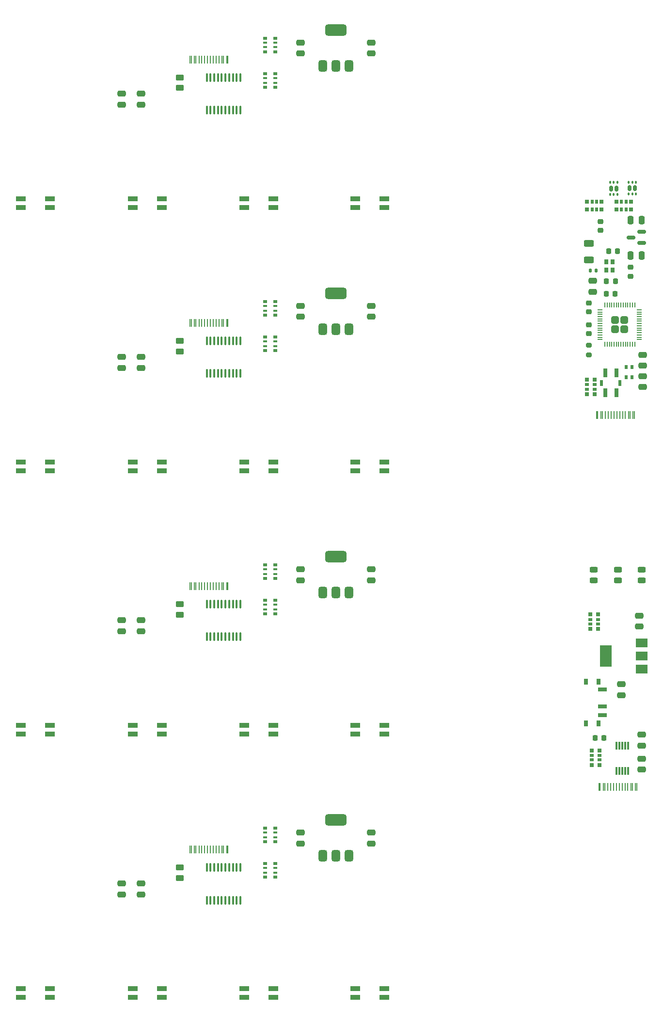
<source format=gbr>
%TF.GenerationSoftware,KiCad,Pcbnew,8.0.0*%
%TF.CreationDate,2024-03-25T13:44:05-05:00*%
%TF.ProjectId,MiniMastermindPanel,4d696e69-4d61-4737-9465-726d696e6450,rev?*%
%TF.SameCoordinates,Original*%
%TF.FileFunction,Paste,Top*%
%TF.FilePolarity,Positive*%
%FSLAX46Y46*%
G04 Gerber Fmt 4.6, Leading zero omitted, Abs format (unit mm)*
G04 Created by KiCad (PCBNEW 8.0.0) date 2024-03-25 13:44:05*
%MOMM*%
%LPD*%
G01*
G04 APERTURE LIST*
G04 Aperture macros list*
%AMRoundRect*
0 Rectangle with rounded corners*
0 $1 Rounding radius*
0 $2 $3 $4 $5 $6 $7 $8 $9 X,Y pos of 4 corners*
0 Add a 4 corners polygon primitive as box body*
4,1,4,$2,$3,$4,$5,$6,$7,$8,$9,$2,$3,0*
0 Add four circle primitives for the rounded corners*
1,1,$1+$1,$2,$3*
1,1,$1+$1,$4,$5*
1,1,$1+$1,$6,$7*
1,1,$1+$1,$8,$9*
0 Add four rect primitives between the rounded corners*
20,1,$1+$1,$2,$3,$4,$5,0*
20,1,$1+$1,$4,$5,$6,$7,0*
20,1,$1+$1,$6,$7,$8,$9,0*
20,1,$1+$1,$8,$9,$2,$3,0*%
G04 Aperture macros list end*
%ADD10RoundRect,0.250000X0.475000X-0.250000X0.475000X0.250000X-0.475000X0.250000X-0.475000X-0.250000X0*%
%ADD11R,1.800000X0.820000*%
%ADD12R,0.800000X0.500000*%
%ADD13R,0.800000X0.400000*%
%ADD14R,0.250000X1.400000*%
%ADD15RoundRect,0.250000X0.450000X-0.262500X0.450000X0.262500X-0.450000X0.262500X-0.450000X-0.262500X0*%
%ADD16RoundRect,0.100000X0.100000X-0.637500X0.100000X0.637500X-0.100000X0.637500X-0.100000X-0.637500X0*%
%ADD17RoundRect,0.250000X-0.475000X0.250000X-0.475000X-0.250000X0.475000X-0.250000X0.475000X0.250000X0*%
%ADD18RoundRect,0.375000X0.375000X-0.625000X0.375000X0.625000X-0.375000X0.625000X-0.375000X-0.625000X0*%
%ADD19RoundRect,0.500000X1.400000X-0.500000X1.400000X0.500000X-1.400000X0.500000X-1.400000X-0.500000X0*%
%ADD20RoundRect,0.225000X-0.250000X0.225000X-0.250000X-0.225000X0.250000X-0.225000X0.250000X0.225000X0*%
%ADD21RoundRect,0.150000X0.587500X0.150000X-0.587500X0.150000X-0.587500X-0.150000X0.587500X-0.150000X0*%
%ADD22RoundRect,0.218750X0.256250X-0.218750X0.256250X0.218750X-0.256250X0.218750X-0.256250X-0.218750X0*%
%ADD23RoundRect,0.250000X-0.250000X-0.475000X0.250000X-0.475000X0.250000X0.475000X-0.250000X0.475000X0*%
%ADD24R,0.640000X0.700000*%
%ADD25R,0.500000X0.700000*%
%ADD26R,0.500000X1.000000*%
%ADD27R,0.800000X1.500000*%
%ADD28RoundRect,0.250000X0.625000X-0.312500X0.625000X0.312500X-0.625000X0.312500X-0.625000X-0.312500X0*%
%ADD29RoundRect,0.075000X0.075000X0.175000X-0.075000X0.175000X-0.075000X-0.175000X0.075000X-0.175000X0*%
%ADD30RoundRect,0.150000X0.150000X0.350000X-0.150000X0.350000X-0.150000X-0.350000X0.150000X-0.350000X0*%
%ADD31RoundRect,0.249999X-0.395001X-0.395001X0.395001X-0.395001X0.395001X0.395001X-0.395001X0.395001X0*%
%ADD32RoundRect,0.050000X-0.387500X-0.050000X0.387500X-0.050000X0.387500X0.050000X-0.387500X0.050000X0*%
%ADD33RoundRect,0.050000X-0.050000X-0.387500X0.050000X-0.387500X0.050000X0.387500X-0.050000X0.387500X0*%
%ADD34R,0.500000X0.800000*%
%ADD35RoundRect,0.225000X0.225000X0.250000X-0.225000X0.250000X-0.225000X-0.250000X0.225000X-0.250000X0*%
%ADD36R,0.700000X0.640000*%
%ADD37R,0.700000X0.500000*%
%ADD38RoundRect,0.225000X-0.225000X-0.250000X0.225000X-0.250000X0.225000X0.250000X-0.225000X0.250000X0*%
%ADD39RoundRect,0.147500X-0.147500X-0.172500X0.147500X-0.172500X0.147500X0.172500X-0.147500X0.172500X0*%
%ADD40R,0.800000X0.900000*%
%ADD41RoundRect,0.250000X0.250000X0.475000X-0.250000X0.475000X-0.250000X-0.475000X0.250000X-0.475000X0*%
%ADD42RoundRect,0.200000X0.275000X-0.200000X0.275000X0.200000X-0.275000X0.200000X-0.275000X-0.200000X0*%
%ADD43RoundRect,0.243750X-0.456250X0.243750X-0.456250X-0.243750X0.456250X-0.243750X0.456250X0.243750X0*%
%ADD44R,0.300000X1.400000*%
%ADD45RoundRect,0.218750X-0.218750X-0.256250X0.218750X-0.256250X0.218750X0.256250X-0.218750X0.256250X0*%
%ADD46R,0.800000X1.000000*%
%ADD47R,1.500000X0.700000*%
%ADD48R,2.000000X1.500000*%
%ADD49R,2.000000X3.800000*%
G04 APERTURE END LIST*
D10*
%TO.C,C8*%
X165610650Y-79478680D03*
X165610650Y-77578680D03*
%TD*%
D11*
%TO.C,D4*%
X116760650Y-150782360D03*
X116760650Y-152317360D03*
X121860650Y-152317360D03*
X121860650Y-150782360D03*
%TD*%
D12*
%TO.C,RN2*%
X161210650Y-177336040D03*
D13*
X161210650Y-176536040D03*
X161210650Y-175736040D03*
D12*
X161210650Y-174936040D03*
X159410650Y-174936040D03*
D13*
X159410650Y-175736040D03*
X159410650Y-176536040D03*
D12*
X159410650Y-177336040D03*
%TD*%
%TO.C,RN2*%
X161210650Y-85378680D03*
D13*
X161210650Y-84578680D03*
X161210650Y-83778680D03*
D12*
X161210650Y-82978680D03*
X159410650Y-82978680D03*
D13*
X159410650Y-83778680D03*
X159410650Y-84578680D03*
D12*
X159410650Y-85378680D03*
%TD*%
D11*
%TO.C,D3*%
X136260650Y-196761040D03*
X136260650Y-198296040D03*
X141360650Y-198296040D03*
X141360650Y-196761040D03*
%TD*%
D14*
%TO.C,J4*%
X152935650Y-80566180D03*
X152135650Y-80566180D03*
X150860650Y-80566180D03*
X149860650Y-80566180D03*
X149360650Y-80566180D03*
X151360650Y-80566180D03*
X147085650Y-80566180D03*
X146285650Y-80566180D03*
X146535650Y-80566180D03*
X147335650Y-80566180D03*
X147860650Y-80566180D03*
X148860650Y-80566180D03*
X150360650Y-80566180D03*
X148360650Y-80566180D03*
X151885650Y-80566180D03*
X152685650Y-80566180D03*
%TD*%
D15*
%TO.C,R1*%
X144498150Y-85491180D03*
X144498150Y-83666180D03*
%TD*%
D16*
%TO.C,U2*%
X149235650Y-89378680D03*
X149885650Y-89378680D03*
X150535650Y-89378680D03*
X151185650Y-89378680D03*
X151835650Y-89378680D03*
X152485650Y-89378680D03*
X153135650Y-89378680D03*
X153785650Y-89378680D03*
X154435650Y-89378680D03*
X155085650Y-89378680D03*
X155085650Y-83653680D03*
X154435650Y-83653680D03*
X153785650Y-83653680D03*
X153135650Y-83653680D03*
X152485650Y-83653680D03*
X151835650Y-83653680D03*
X151185650Y-83653680D03*
X150535650Y-83653680D03*
X149885650Y-83653680D03*
X149235650Y-83653680D03*
%TD*%
D10*
%TO.C,C3*%
X137710650Y-180336040D03*
X137710650Y-178436040D03*
%TD*%
%TO.C,C3*%
X137710650Y-134357360D03*
X137710650Y-132457360D03*
%TD*%
%TO.C,C6*%
X177960650Y-33500000D03*
X177960650Y-31600000D03*
%TD*%
D12*
%TO.C,RN1*%
X161210650Y-171136040D03*
D13*
X161210650Y-170336040D03*
X161210650Y-169536040D03*
D12*
X161210650Y-168736040D03*
X159410650Y-168736040D03*
D13*
X159410650Y-169536040D03*
X159410650Y-170336040D03*
D12*
X159410650Y-171136040D03*
%TD*%
D11*
%TO.C,D1*%
X175160650Y-104803680D03*
X175160650Y-106338680D03*
X180260650Y-106338680D03*
X180260650Y-104803680D03*
%TD*%
D15*
%TO.C,R1*%
X144498150Y-39512500D03*
X144498150Y-37687500D03*
%TD*%
D12*
%TO.C,RN1*%
X161210650Y-33200000D03*
D13*
X161210650Y-32400000D03*
X161210650Y-31600000D03*
D12*
X161210650Y-30800000D03*
X159410650Y-30800000D03*
D13*
X159410650Y-31600000D03*
X159410650Y-32400000D03*
D12*
X159410650Y-33200000D03*
%TD*%
D11*
%TO.C,D2*%
X155760650Y-150782360D03*
X155760650Y-152317360D03*
X160860650Y-152317360D03*
X160860650Y-150782360D03*
%TD*%
%TO.C,D2*%
X155760650Y-104803680D03*
X155760650Y-106338680D03*
X160860650Y-106338680D03*
X160860650Y-104803680D03*
%TD*%
%TO.C,D1*%
X175160650Y-196761040D03*
X175160650Y-198296040D03*
X180260650Y-198296040D03*
X180260650Y-196761040D03*
%TD*%
D10*
%TO.C,C8*%
X165610650Y-125457360D03*
X165610650Y-123557360D03*
%TD*%
D12*
%TO.C,RN1*%
X161210650Y-79178680D03*
D13*
X161210650Y-78378680D03*
X161210650Y-77578680D03*
D12*
X161210650Y-76778680D03*
X159410650Y-76778680D03*
D13*
X159410650Y-77578680D03*
X159410650Y-78378680D03*
D12*
X159410650Y-79178680D03*
%TD*%
D16*
%TO.C,U2*%
X149235650Y-43400000D03*
X149885650Y-43400000D03*
X150535650Y-43400000D03*
X151185650Y-43400000D03*
X151835650Y-43400000D03*
X152485650Y-43400000D03*
X153135650Y-43400000D03*
X153785650Y-43400000D03*
X154435650Y-43400000D03*
X155085650Y-43400000D03*
X155085650Y-37675000D03*
X154435650Y-37675000D03*
X153785650Y-37675000D03*
X153135650Y-37675000D03*
X152485650Y-37675000D03*
X151835650Y-37675000D03*
X151185650Y-37675000D03*
X150535650Y-37675000D03*
X149885650Y-37675000D03*
X149235650Y-37675000D03*
%TD*%
D10*
%TO.C,C3*%
X137710650Y-88378680D03*
X137710650Y-86478680D03*
%TD*%
D17*
%TO.C,C4*%
X134310650Y-40500000D03*
X134310650Y-42400000D03*
%TD*%
D14*
%TO.C,J4*%
X152935650Y-34587500D03*
X152135650Y-34587500D03*
X150860650Y-34587500D03*
X149860650Y-34587500D03*
X149360650Y-34587500D03*
X151360650Y-34587500D03*
X147085650Y-34587500D03*
X146285650Y-34587500D03*
X146535650Y-34587500D03*
X147335650Y-34587500D03*
X147860650Y-34587500D03*
X148860650Y-34587500D03*
X150360650Y-34587500D03*
X148360650Y-34587500D03*
X151885650Y-34587500D03*
X152685650Y-34587500D03*
%TD*%
D11*
%TO.C,D2*%
X155760650Y-196761040D03*
X155760650Y-198296040D03*
X160860650Y-198296040D03*
X160860650Y-196761040D03*
%TD*%
D10*
%TO.C,C6*%
X177960650Y-125457360D03*
X177960650Y-123557360D03*
%TD*%
D11*
%TO.C,D3*%
X136260650Y-58825000D03*
X136260650Y-60360000D03*
X141360650Y-60360000D03*
X141360650Y-58825000D03*
%TD*%
D18*
%TO.C,U1*%
X169498150Y-173598540D03*
X171798150Y-173598540D03*
D19*
X171798150Y-167298540D03*
D18*
X174098150Y-173598540D03*
%TD*%
D12*
%TO.C,RN2*%
X161210650Y-39400000D03*
D13*
X161210650Y-38600000D03*
X161210650Y-37800000D03*
D12*
X161210650Y-37000000D03*
X159410650Y-37000000D03*
D13*
X159410650Y-37800000D03*
X159410650Y-38600000D03*
D12*
X159410650Y-39400000D03*
%TD*%
D15*
%TO.C,R1*%
X144498150Y-131469860D03*
X144498150Y-129644860D03*
%TD*%
%TO.C,R1*%
X144498150Y-177448540D03*
X144498150Y-175623540D03*
%TD*%
D18*
%TO.C,U1*%
X169498150Y-127619860D03*
X171798150Y-127619860D03*
D19*
X171798150Y-121319860D03*
D18*
X174098150Y-127619860D03*
%TD*%
D10*
%TO.C,C6*%
X177960650Y-79478680D03*
X177960650Y-77578680D03*
%TD*%
%TO.C,C3*%
X137710650Y-42400000D03*
X137710650Y-40500000D03*
%TD*%
D12*
%TO.C,RN1*%
X161210650Y-125157360D03*
D13*
X161210650Y-124357360D03*
X161210650Y-123557360D03*
D12*
X161210650Y-122757360D03*
X159410650Y-122757360D03*
D13*
X159410650Y-123557360D03*
X159410650Y-124357360D03*
D12*
X159410650Y-125157360D03*
%TD*%
D11*
%TO.C,D3*%
X136260650Y-104803680D03*
X136260650Y-106338680D03*
X141360650Y-106338680D03*
X141360650Y-104803680D03*
%TD*%
%TO.C,D1*%
X175160650Y-58825000D03*
X175160650Y-60360000D03*
X180260650Y-60360000D03*
X180260650Y-58825000D03*
%TD*%
D18*
%TO.C,U1*%
X169498150Y-81641180D03*
X171798150Y-81641180D03*
D19*
X171798150Y-75341180D03*
D18*
X174098150Y-81641180D03*
%TD*%
D11*
%TO.C,D1*%
X175160650Y-150782360D03*
X175160650Y-152317360D03*
X180260650Y-152317360D03*
X180260650Y-150782360D03*
%TD*%
D16*
%TO.C,U2*%
X149235650Y-181336040D03*
X149885650Y-181336040D03*
X150535650Y-181336040D03*
X151185650Y-181336040D03*
X151835650Y-181336040D03*
X152485650Y-181336040D03*
X153135650Y-181336040D03*
X153785650Y-181336040D03*
X154435650Y-181336040D03*
X155085650Y-181336040D03*
X155085650Y-175611040D03*
X154435650Y-175611040D03*
X153785650Y-175611040D03*
X153135650Y-175611040D03*
X152485650Y-175611040D03*
X151835650Y-175611040D03*
X151185650Y-175611040D03*
X150535650Y-175611040D03*
X149885650Y-175611040D03*
X149235650Y-175611040D03*
%TD*%
D11*
%TO.C,D4*%
X116760650Y-58825000D03*
X116760650Y-60360000D03*
X121860650Y-60360000D03*
X121860650Y-58825000D03*
%TD*%
D10*
%TO.C,C6*%
X177960650Y-171436040D03*
X177960650Y-169536040D03*
%TD*%
D11*
%TO.C,D4*%
X116760650Y-104803680D03*
X116760650Y-106338680D03*
X121860650Y-106338680D03*
X121860650Y-104803680D03*
%TD*%
%TO.C,D2*%
X155760650Y-58825000D03*
X155760650Y-60360000D03*
X160860650Y-60360000D03*
X160860650Y-58825000D03*
%TD*%
D14*
%TO.C,J4*%
X152935650Y-172523540D03*
X152135650Y-172523540D03*
X150860650Y-172523540D03*
X149860650Y-172523540D03*
X149360650Y-172523540D03*
X151360650Y-172523540D03*
X147085650Y-172523540D03*
X146285650Y-172523540D03*
X146535650Y-172523540D03*
X147335650Y-172523540D03*
X147860650Y-172523540D03*
X148860650Y-172523540D03*
X150360650Y-172523540D03*
X148360650Y-172523540D03*
X151885650Y-172523540D03*
X152685650Y-172523540D03*
%TD*%
D17*
%TO.C,C4*%
X134310650Y-86478680D03*
X134310650Y-88378680D03*
%TD*%
D10*
%TO.C,C8*%
X165610650Y-33500000D03*
X165610650Y-31600000D03*
%TD*%
D14*
%TO.C,J4*%
X152935650Y-126544860D03*
X152135650Y-126544860D03*
X150860650Y-126544860D03*
X149860650Y-126544860D03*
X149360650Y-126544860D03*
X151360650Y-126544860D03*
X147085650Y-126544860D03*
X146285650Y-126544860D03*
X146535650Y-126544860D03*
X147335650Y-126544860D03*
X147860650Y-126544860D03*
X148860650Y-126544860D03*
X150360650Y-126544860D03*
X148360650Y-126544860D03*
X151885650Y-126544860D03*
X152685650Y-126544860D03*
%TD*%
D12*
%TO.C,RN2*%
X161210650Y-131357360D03*
D13*
X161210650Y-130557360D03*
X161210650Y-129757360D03*
D12*
X161210650Y-128957360D03*
X159410650Y-128957360D03*
D13*
X159410650Y-129757360D03*
X159410650Y-130557360D03*
D12*
X159410650Y-131357360D03*
%TD*%
D10*
%TO.C,C8*%
X165610650Y-171436040D03*
X165610650Y-169536040D03*
%TD*%
D16*
%TO.C,U2*%
X149235650Y-135357360D03*
X149885650Y-135357360D03*
X150535650Y-135357360D03*
X151185650Y-135357360D03*
X151835650Y-135357360D03*
X152485650Y-135357360D03*
X153135650Y-135357360D03*
X153785650Y-135357360D03*
X154435650Y-135357360D03*
X155085650Y-135357360D03*
X155085650Y-129632360D03*
X154435650Y-129632360D03*
X153785650Y-129632360D03*
X153135650Y-129632360D03*
X152485650Y-129632360D03*
X151835650Y-129632360D03*
X151185650Y-129632360D03*
X150535650Y-129632360D03*
X149885650Y-129632360D03*
X149235650Y-129632360D03*
%TD*%
D11*
%TO.C,D4*%
X116760650Y-196761040D03*
X116760650Y-198296040D03*
X121860650Y-198296040D03*
X121860650Y-196761040D03*
%TD*%
D17*
%TO.C,C4*%
X134310650Y-178436040D03*
X134310650Y-180336040D03*
%TD*%
D11*
%TO.C,D3*%
X136260650Y-150782360D03*
X136260650Y-152317360D03*
X141360650Y-152317360D03*
X141360650Y-150782360D03*
%TD*%
D18*
%TO.C,U1*%
X169498150Y-35662500D03*
X171798150Y-35662500D03*
D19*
X171798150Y-29362500D03*
D18*
X174098150Y-35662500D03*
%TD*%
D17*
%TO.C,C4*%
X134310650Y-132457360D03*
X134310650Y-134357360D03*
%TD*%
D20*
%TO.C,C8*%
X216010650Y-77062500D03*
X216010650Y-78612500D03*
%TD*%
D21*
%TO.C,U2*%
X225210650Y-66550000D03*
X225210650Y-64650000D03*
X223335650Y-65600000D03*
%TD*%
D22*
%TO.C,F1*%
X223210650Y-72387500D03*
X223210650Y-70812500D03*
%TD*%
D17*
%TO.C,C1*%
X216610650Y-73212500D03*
X216610650Y-75112500D03*
%TD*%
D20*
%TO.C,C10*%
X216010650Y-80862500D03*
X216010650Y-82412500D03*
%TD*%
D23*
%TO.C,C6*%
X223260650Y-68800000D03*
X225160650Y-68800000D03*
%TD*%
D24*
%TO.C,RN4*%
X220810650Y-60750000D03*
D25*
X221680650Y-60750000D03*
X222480650Y-60750000D03*
D24*
X223350650Y-60750000D03*
X223350650Y-59350000D03*
D25*
X222480650Y-59350000D03*
X221680650Y-59350000D03*
D24*
X220810650Y-59350000D03*
%TD*%
D22*
%TO.C,D1*%
X218010650Y-64375000D03*
X218010650Y-62800000D03*
%TD*%
D24*
%TO.C,RN2*%
X215670650Y-60750000D03*
D25*
X216540650Y-60750000D03*
X217340650Y-60750000D03*
D24*
X218210650Y-60750000D03*
X218210650Y-59350000D03*
D25*
X217340650Y-59350000D03*
X216540650Y-59350000D03*
D24*
X215670650Y-59350000D03*
%TD*%
D26*
%TO.C,SW2*%
X221410650Y-91000000D03*
X218210650Y-91000000D03*
D27*
X220810650Y-89250000D03*
X220810650Y-92750000D03*
X218810650Y-89250000D03*
X218810650Y-92750000D03*
%TD*%
D14*
%TO.C,J1*%
X217285650Y-96612500D03*
X218085650Y-96612500D03*
X219360650Y-96612500D03*
X220360650Y-96612500D03*
X220860650Y-96612500D03*
X218860650Y-96612500D03*
X223135650Y-96612500D03*
X223935650Y-96612500D03*
X223685650Y-96612500D03*
X222885650Y-96612500D03*
X222360650Y-96612500D03*
X221360650Y-96612500D03*
X219860650Y-96612500D03*
X221860650Y-96612500D03*
X218335650Y-96612500D03*
X217535650Y-96612500D03*
%TD*%
D28*
%TO.C,A1*%
X216010650Y-69562500D03*
X216010650Y-66637500D03*
%TD*%
D29*
%TO.C,Q2*%
X220960650Y-56000000D03*
X220310650Y-56000000D03*
X219660650Y-56000000D03*
X219660650Y-58100000D03*
X220310650Y-58100000D03*
X220960650Y-58100000D03*
D30*
X220760650Y-57050000D03*
X219860650Y-57050000D03*
%TD*%
D31*
%TO.C,U1*%
X220573150Y-80037500D03*
X220573150Y-81637500D03*
X222173150Y-80037500D03*
X222173150Y-81637500D03*
D32*
X217935650Y-78237500D03*
X217935650Y-78637500D03*
X217935650Y-79037500D03*
X217935650Y-79437500D03*
X217935650Y-79837500D03*
X217935650Y-80237500D03*
X217935650Y-80637500D03*
X217935650Y-81037500D03*
X217935650Y-81437500D03*
X217935650Y-81837500D03*
X217935650Y-82237500D03*
X217935650Y-82637500D03*
X217935650Y-83037500D03*
X217935650Y-83437500D03*
D33*
X218773150Y-84275000D03*
X219173150Y-84275000D03*
X219573150Y-84275000D03*
X219973150Y-84275000D03*
X220373150Y-84275000D03*
X220773150Y-84275000D03*
X221173150Y-84275000D03*
X221573150Y-84275000D03*
X221973150Y-84275000D03*
X222373150Y-84275000D03*
X222773150Y-84275000D03*
X223173150Y-84275000D03*
X223573150Y-84275000D03*
X223973150Y-84275000D03*
D32*
X224810650Y-83437500D03*
X224810650Y-83037500D03*
X224810650Y-82637500D03*
X224810650Y-82237500D03*
X224810650Y-81837500D03*
X224810650Y-81437500D03*
X224810650Y-81037500D03*
X224810650Y-80637500D03*
X224810650Y-80237500D03*
X224810650Y-79837500D03*
X224810650Y-79437500D03*
X224810650Y-79037500D03*
X224810650Y-78637500D03*
X224810650Y-78237500D03*
D33*
X223973150Y-77400000D03*
X223573150Y-77400000D03*
X223173150Y-77400000D03*
X222773150Y-77400000D03*
X222373150Y-77400000D03*
X221973150Y-77400000D03*
X221573150Y-77400000D03*
X221173150Y-77400000D03*
X220773150Y-77400000D03*
X220373150Y-77400000D03*
X219973150Y-77400000D03*
X219573150Y-77400000D03*
X219173150Y-77400000D03*
X218773150Y-77400000D03*
%TD*%
D34*
%TO.C,RN3*%
X222510650Y-90000000D03*
X223510650Y-90000000D03*
X223510650Y-88200000D03*
X222510650Y-88200000D03*
%TD*%
D35*
%TO.C,C3*%
X220960650Y-68037500D03*
X219410650Y-68037500D03*
%TD*%
D36*
%TO.C,RN1*%
X215610650Y-90460000D03*
D37*
X215610650Y-91330000D03*
X215610650Y-92130000D03*
D36*
X215610650Y-93000000D03*
X217010650Y-93000000D03*
D37*
X217010650Y-92130000D03*
X217010650Y-91330000D03*
D36*
X217010650Y-90460000D03*
%TD*%
D38*
%TO.C,C7*%
X219010650Y-75437500D03*
X220560650Y-75437500D03*
%TD*%
D39*
%TO.C,L1*%
X216240650Y-71362500D03*
X217210650Y-71362500D03*
%TD*%
D40*
%TO.C,Y1*%
X219060650Y-69900000D03*
X219060650Y-71300000D03*
X220160650Y-71300000D03*
X220160650Y-69900000D03*
%TD*%
D29*
%TO.C,Q1*%
X224210650Y-55950000D03*
X223560650Y-55950000D03*
X222910650Y-55950000D03*
X222910650Y-58050000D03*
X223560650Y-58050000D03*
X224210650Y-58050000D03*
D30*
X224010650Y-57000000D03*
X223110650Y-57000000D03*
%TD*%
D41*
%TO.C,C2*%
X225160650Y-62600000D03*
X223260650Y-62600000D03*
%TD*%
D38*
%TO.C,C5*%
X219035650Y-73237500D03*
X220585650Y-73237500D03*
%TD*%
D17*
%TO.C,C4*%
X225410650Y-86100000D03*
X225410650Y-88000000D03*
%TD*%
D42*
%TO.C,R5*%
X216010650Y-86087500D03*
X216010650Y-84437500D03*
%TD*%
D17*
%TO.C,C9*%
X225410650Y-89850000D03*
X225410650Y-91750000D03*
%TD*%
D43*
%TO.C,D2*%
X221010650Y-123662500D03*
X221010650Y-125537500D03*
%TD*%
D44*
%TO.C,U1*%
X220810650Y-158800000D03*
X221310650Y-158800000D03*
X221810650Y-158800000D03*
X222310650Y-158800000D03*
X222810650Y-158800000D03*
X222810650Y-154400000D03*
X222310650Y-154400000D03*
X221810650Y-154400000D03*
X221310650Y-154400000D03*
X220810650Y-154400000D03*
%TD*%
D14*
%TO.C,J1*%
X217710650Y-161602500D03*
X218510650Y-161602500D03*
X219785650Y-161602500D03*
X220785650Y-161602500D03*
X221285650Y-161602500D03*
X219285650Y-161602500D03*
X223560650Y-161602500D03*
X224360650Y-161602500D03*
X224110650Y-161602500D03*
X223310650Y-161602500D03*
X222785650Y-161602500D03*
X221785650Y-161602500D03*
X220285650Y-161602500D03*
X222285650Y-161602500D03*
X218760650Y-161602500D03*
X217960650Y-161602500D03*
%TD*%
D36*
%TO.C,RN1*%
X217850650Y-157730000D03*
D37*
X217850650Y-156860000D03*
X217850650Y-156060000D03*
D36*
X217850650Y-155190000D03*
X216450650Y-155190000D03*
D37*
X216450650Y-156060000D03*
X216450650Y-156860000D03*
D36*
X216450650Y-157730000D03*
%TD*%
D43*
%TO.C,D1*%
X225210650Y-123662500D03*
X225210650Y-125537500D03*
%TD*%
D10*
%TO.C,C2*%
X225170650Y-154350000D03*
X225170650Y-152450000D03*
%TD*%
D17*
%TO.C,C4*%
X221610650Y-143650000D03*
X221610650Y-145550000D03*
%TD*%
D45*
%TO.C,F1*%
X217035650Y-153000000D03*
X218610650Y-153000000D03*
%TD*%
D17*
%TO.C,C1*%
X225180650Y-156650000D03*
X225180650Y-158550000D03*
%TD*%
D36*
%TO.C,RN2*%
X216210650Y-131460000D03*
D37*
X216210650Y-132330000D03*
X216210650Y-133130000D03*
D36*
X216210650Y-134000000D03*
X217610650Y-134000000D03*
D37*
X217610650Y-133130000D03*
X217610650Y-132330000D03*
D36*
X217610650Y-131460000D03*
%TD*%
D46*
%TO.C,SW1*%
X217665650Y-143150000D03*
X215455650Y-143150000D03*
X217665650Y-150450000D03*
X215455650Y-150450000D03*
D47*
X218315650Y-144550000D03*
X218315650Y-147550000D03*
X218315650Y-149050000D03*
%TD*%
D43*
%TO.C,D3*%
X216810650Y-123662500D03*
X216810650Y-125537500D03*
%TD*%
D10*
%TO.C,C3*%
X224810650Y-133550000D03*
X224810650Y-131650000D03*
%TD*%
D48*
%TO.C,U2*%
X225210650Y-141000000D03*
X225210650Y-138700000D03*
D49*
X218910650Y-138700000D03*
D48*
X225210650Y-136400000D03*
%TD*%
M02*

</source>
